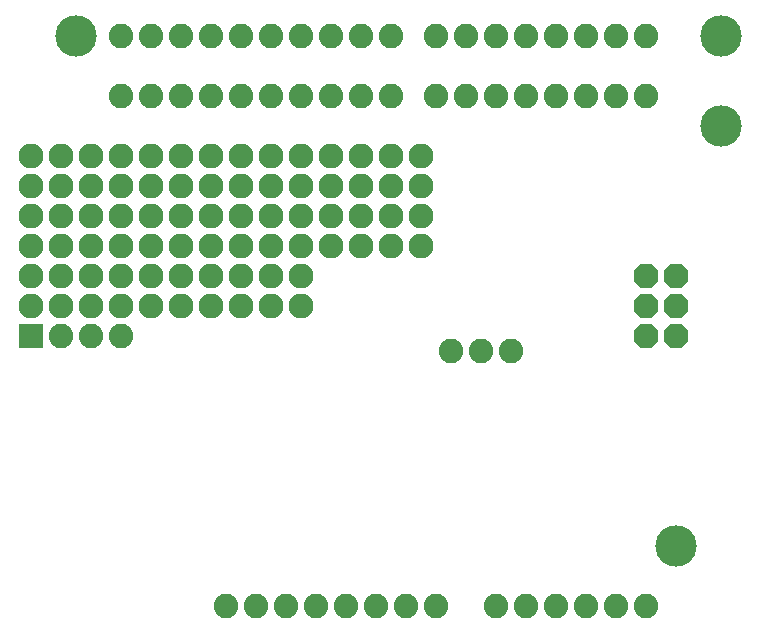
<source format=gbr>
G04 EAGLE Gerber RS-274X export*
G75*
%MOMM*%
%FSLAX34Y34*%
%LPD*%
%INSoldermask Bottom*%
%IPPOS*%
%AMOC8*
5,1,8,0,0,1.08239X$1,22.5*%
G01*
%ADD10C,3.505200*%
%ADD11C,2.082800*%
%ADD12P,2.254402X8X292.500000*%
%ADD13R,2.082800X2.082800*%
%ADD14C,2.108200*%


D10*
X63500Y508000D03*
X571500Y76200D03*
D11*
X241300Y25400D03*
X266700Y25400D03*
X292100Y25400D03*
X317500Y25400D03*
X342900Y25400D03*
X368300Y25400D03*
X419100Y25400D03*
X444500Y25400D03*
X469900Y25400D03*
X495300Y25400D03*
X520700Y25400D03*
X546100Y25400D03*
X546100Y508000D03*
X520700Y508000D03*
X495300Y508000D03*
X469900Y508000D03*
X444500Y508000D03*
X419100Y508000D03*
X393700Y508000D03*
X368300Y508000D03*
X330200Y508000D03*
X304800Y508000D03*
X279400Y508000D03*
X254000Y508000D03*
X228600Y508000D03*
X203200Y508000D03*
X177800Y508000D03*
X152400Y508000D03*
X127000Y508000D03*
X101600Y508000D03*
X215900Y25400D03*
X190500Y25400D03*
X431800Y241300D03*
X406400Y241300D03*
X381000Y241300D03*
X546100Y457200D03*
X520700Y457200D03*
X495300Y457200D03*
X469900Y457200D03*
X444500Y457200D03*
X419100Y457200D03*
X393700Y457200D03*
X368300Y457200D03*
X330200Y457200D03*
X304800Y457200D03*
X279400Y457200D03*
X254000Y457200D03*
X228600Y457200D03*
X203200Y457200D03*
X177800Y457200D03*
X152400Y457200D03*
X127000Y457200D03*
X101600Y457200D03*
D10*
X609600Y508000D03*
X609600Y431800D03*
D12*
X546100Y304800D03*
X571500Y304800D03*
X546100Y279400D03*
X571500Y279400D03*
X546100Y254000D03*
X571500Y254000D03*
D13*
X25400Y254000D03*
D11*
X50800Y254000D03*
X76200Y254000D03*
X101600Y254000D03*
D14*
X25400Y406400D03*
X25400Y381000D03*
X25400Y355600D03*
X355600Y330200D03*
X304800Y330200D03*
X330200Y330200D03*
X279400Y330200D03*
X254000Y330200D03*
X228600Y330200D03*
X203200Y330200D03*
X177800Y330200D03*
X127000Y330200D03*
X152400Y330200D03*
X101600Y330200D03*
X76200Y330200D03*
X50800Y330200D03*
X25400Y330200D03*
X50800Y355600D03*
X50800Y381000D03*
X50800Y406400D03*
X76200Y406400D03*
X76200Y381000D03*
X76200Y355600D03*
X101600Y355600D03*
X101600Y381000D03*
X101600Y406400D03*
X127000Y406400D03*
X127000Y381000D03*
X127000Y355600D03*
X152400Y355600D03*
X152400Y381000D03*
X152400Y406400D03*
X177800Y406400D03*
X177800Y381000D03*
X177800Y355600D03*
X203200Y355600D03*
X203200Y381000D03*
X228600Y406400D03*
X228600Y381000D03*
X228600Y355600D03*
X254000Y355600D03*
X254000Y381000D03*
X254000Y406400D03*
X279400Y406400D03*
X279400Y381000D03*
X279400Y355600D03*
X304800Y355600D03*
X304800Y406400D03*
X304800Y381000D03*
X330200Y406400D03*
X330200Y381000D03*
X330200Y355600D03*
X355600Y355600D03*
X355600Y381000D03*
X355600Y406400D03*
X254000Y304800D03*
X254000Y279400D03*
X228600Y279400D03*
X228600Y304800D03*
X203200Y304800D03*
X203200Y279400D03*
X177800Y279400D03*
X177800Y304800D03*
X152400Y304800D03*
X152400Y279400D03*
X127000Y279400D03*
X127000Y304800D03*
X101600Y304800D03*
X101600Y279400D03*
X76200Y279400D03*
X76200Y304800D03*
X50800Y304800D03*
X50800Y279400D03*
X25400Y279400D03*
X25400Y304800D03*
X203200Y406400D03*
M02*

</source>
